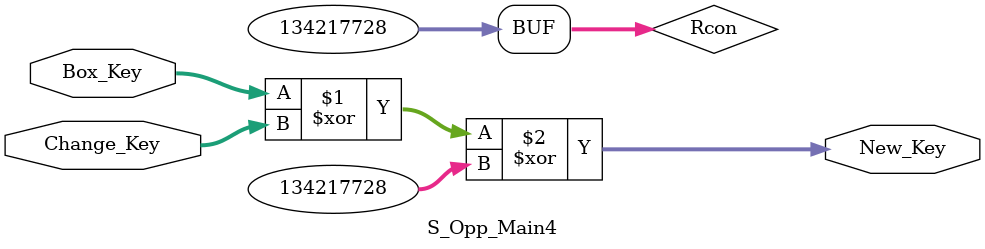
<source format=v>
module S_Opp_Main4(Box_Key,Change_Key,New_Key);
  
  input[31:0]Box_Key,Change_Key;
  
  output[31:0]New_Key;
  
  wire [31:0]Rcon;

assign Rcon=32'b0000_1000_0000_0000_0000_0000_0000_0000;

assign New_Key=Box_Key ^ Change_Key ^ Rcon;

endmodule





</source>
